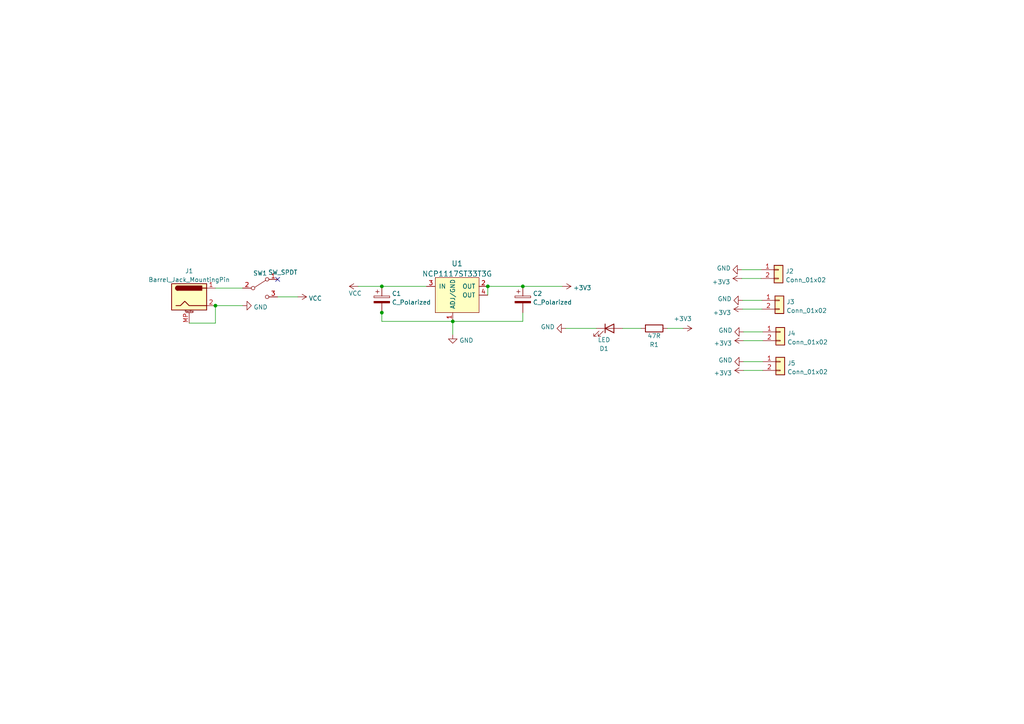
<source format=kicad_sch>
(kicad_sch (version 20211123) (generator eeschema)
  (paper "A4")
  (lib_symbols
    (symbol "Connector:Barrel_Jack_MountingPin" (pin_names hide)
      (property "Reference" "J" (at 0 5.334 0))
      (property "Value" "Barrel_Jack_MountingPin" (at 1.27 -6.35 0))
      (symbol "Barrel_Jack_MountingPin_0_1"
        (rectangle (start -5.08 3.81) (end 5.08 -3.81) (stroke (width 0.254)) (fill (type background)))
        (arc (start -3.302 3.175) (mid -3.937 2.54) (end -3.302 1.905) (stroke (width 0.254)))
        (arc (start -3.302 3.175) (mid -3.937 2.54) (end -3.302 1.905) (stroke (width 0.254)) (fill (type outline)))
        (polyline (pts (xy 5.08 2.54) (xy 3.81 2.54)) (stroke (width 0.254)))
        (polyline (pts (xy -3.81 -2.54) (xy -2.54 -2.54) (xy -1.27 -1.27) (xy 0 -2.54) (xy 2.54 -2.54) (xy 5.08 -2.54)) (stroke (width 0.254)))
        (rectangle (start 3.683 3.175) (end -3.302 1.905) (stroke (width 0.254)) (fill (type outline)))
      )
      (symbol "Barrel_Jack_MountingPin_1_1"
        (polyline (pts (xy -1.016 -4.572) (xy 1.016 -4.572)) (stroke (width 0.1524)))
        (text "Mounting" (at 0 -4.191 0) (effects (font (size 0.381 0.381))))
        (pin passive line (at 7.62 2.54 180) (length 2.54) (name "~") (number "1"))
        (pin passive line (at 7.62 -2.54 180) (length 2.54) (name "~") (number "2"))
        (pin passive line (at 0 -7.62 90) (length 3.048) (name "MountPin") (number "MP"))
      )
    )
    (symbol "Connector_Generic:Conn_01x02" (pin_names (offset 1.016) hide)
      (property "Reference" "J" (at 0 2.54 0))
      (property "Value" "Conn_01x02" (at 0 -5.08 0))
      (symbol "Conn_01x02_1_1"
        (rectangle (start -1.27 -2.413) (end 0 -2.667) (stroke (width 0.1524)))
        (rectangle (start -1.27 0.127) (end 0 -0.127) (stroke (width 0.1524)))
        (rectangle (start -1.27 1.27) (end 1.27 -3.81) (stroke (width 0.254)) (fill (type background)))
        (pin passive line (at -5.08 0 0) (length 3.81) (name "Pin_1") (number "1"))
        (pin passive line (at -5.08 -2.54 0) (length 3.81) (name "Pin_2") (number "2"))
      )
    )
    (symbol "Device:C_Polarized" (pin_numbers hide) (pin_names (offset 0.254))
      (property "Reference" "C" (at 0.635 2.54 0))
      (property "Value" "C_Polarized" (at 0.635 -2.54 0))
      (symbol "C_Polarized_0_1"
        (rectangle (start -2.286 0.508) (end 2.286 1.016))
        (polyline (pts (xy -1.778 2.286) (xy -0.762 2.286)))
        (polyline (pts (xy -1.27 2.794) (xy -1.27 1.778)))
        (rectangle (start 2.286 -0.508) (end -2.286 -1.016) (fill (type outline)))
      )
      (symbol "C_Polarized_1_1"
        (pin passive line (at 0 3.81 270) (length 2.794) (name "~") (number "1"))
        (pin passive line (at 0 -3.81 90) (length 2.794) (name "~") (number "2"))
      )
    )
    (symbol "Device:LED" (pin_numbers hide) (pin_names (offset 1.016) hide)
      (property "Reference" "D" (at 0 2.54 0))
      (property "Value" "LED" (at 0 -2.54 0))
      (symbol "LED_0_1"
        (polyline (pts (xy -1.27 -1.27) (xy -1.27 1.27)) (stroke (width 0.254)))
        (polyline (pts (xy -1.27 0) (xy 1.27 0)))
        (polyline (pts (xy 1.27 -1.27) (xy 1.27 1.27) (xy -1.27 0) (xy 1.27 -1.27)) (stroke (width 0.254)))
        (polyline (pts (xy -3.048 -0.762) (xy -4.572 -2.286) (xy -3.81 -2.286) (xy -4.572 -2.286) (xy -4.572 -1.524)))
        (polyline (pts (xy -1.778 -0.762) (xy -3.302 -2.286) (xy -2.54 -2.286) (xy -3.302 -2.286) (xy -3.302 -1.524)))
      )
      (symbol "LED_1_1"
        (pin passive line (at -3.81 0 0) (length 2.54) (name "K") (number "1"))
        (pin passive line (at 3.81 0 180) (length 2.54) (name "A") (number "2"))
      )
    )
    (symbol "Device:R" (pin_numbers hide) (pin_names (offset 0))
      (property "Reference" "R" (at 2.032 0 90))
      (property "Value" "R" (at 0 0 90))
      (symbol "R_0_1"
        (rectangle (start -1.016 -2.54) (end 1.016 2.54) (stroke (width 0.254)))
      )
      (symbol "R_1_1"
        (pin passive line (at 0 3.81 270) (length 1.27) (name "~") (number "1"))
        (pin passive line (at 0 -3.81 90) (length 1.27) (name "~") (number "2"))
      )
    )
    (symbol "Switch:SW_SPDT" (pin_names (offset 0) hide)
      (property "Reference" "SW" (at 0 4.318 0))
      (property "Value" "SW_SPDT" (at 0 -5.08 0))
      (symbol "SW_SPDT_0_0"
        (circle (center -2.032 0) (radius 0.508))
        (circle (center 2.032 -2.54) (radius 0.508))
      )
      (symbol "SW_SPDT_0_1"
        (polyline (pts (xy -1.524 0.254) (xy 1.651 2.286)))
        (circle (center 2.032 2.54) (radius 0.508))
      )
      (symbol "SW_SPDT_1_1"
        (pin passive line (at 5.08 2.54 180) (length 2.54) (name "A") (number "1"))
        (pin passive line (at -5.08 0 0) (length 2.54) (name "B") (number "2"))
        (pin passive line (at 5.08 -2.54 180) (length 2.54) (name "C") (number "3"))
      )
    )
    (symbol "dk_PMIC-Voltage-Regulators-Linear:NCP1117ST33T3G" (pin_names (offset 1.016))
      (property "Reference" "U" (at 2.54 3.81 0))
      (property "Value" "NCP1117ST33T3G" (at 2.54 6.35 0))
      (symbol "NCP1117ST33T3G_0_1"
        (rectangle (start -5.08 2.54) (end 7.62 -7.62) (fill (type background)))
      )
      (symbol "NCP1117ST33T3G_1_1"
        (pin power_in line (at 0 -10.16 90) (length 2.54) (name "ADJ/GND") (number "1"))
        (pin power_out line (at 10.16 0 180) (length 2.54) (name "OUT") (number "2"))
        (pin power_in line (at -7.62 0 0) (length 2.54) (name "IN") (number "3"))
        (pin power_out line (at 10.16 -2.54 180) (length 2.54) (name "OUT") (number "4"))
      )
    )
    (symbol "power:+3.3V" (power) (pin_names (offset 0))
      (property "Value" "+3.3V" (at 0 3.556 0))
      (symbol "+3.3V_0_1"
        (polyline (pts (xy -0.762 1.27) (xy 0 2.54)))
        (polyline (pts (xy 0 0) (xy 0 2.54)))
        (polyline (pts (xy 0 2.54) (xy 0.762 1.27)))
      )
      (symbol "+3.3V_1_1"
        (pin power_in line (at 0 0 90) (length 0) hide (name "+3V3") (number "1"))
      )
    )
    (symbol "power:GND" (power) (pin_names (offset 0))
      (property "Value" "GND" (at 0 -3.81 0))
      (symbol "GND_0_1"
        (polyline (pts (xy 0 0) (xy 0 -1.27) (xy 1.27 -1.27) (xy 0 -2.54) (xy -1.27 -1.27) (xy 0 -1.27)))
      )
      (symbol "GND_1_1"
        (pin power_in line (at 0 0 270) (length 0) hide (name "GND") (number "1"))
      )
    )
    (symbol "power:VCC" (power) (pin_names (offset 0))
      (property "Value" "VCC" (at 0 3.81 0))
      (symbol "VCC_0_1"
        (polyline (pts (xy -0.762 1.27) (xy 0 2.54)))
        (polyline (pts (xy 0 0) (xy 0 2.54)))
        (polyline (pts (xy 0 2.54) (xy 0.762 1.27)))
      )
      (symbol "VCC_1_1"
        (pin power_in line (at 0 0 90) (length 0) hide (name "VCC") (number "1"))
      )
    )
  )
  (junction (at 110.744 83.058))
  (junction (at 110.744 90.678))
  (junction (at 62.484 88.646))
  (junction (at 141.478 83.058))
  (junction (at 151.638 83.058))
  (junction (at 131.318 93.218))
  (no_connect (at 80.518 81.026))
  (wire (pts (xy 54.864 93.726) (xy 62.484 93.726)))
  (wire (pts (xy 172.974 95.25) (xy 164.084 95.25)))
  (wire (pts (xy 110.744 83.058) (xy 123.698 83.058)))
  (wire (pts (xy 131.318 93.218) (xy 131.318 97.028)))
  (wire (pts (xy 151.638 93.218) (xy 131.318 93.218)))
  (wire (pts (xy 141.478 83.058) (xy 151.638 83.058)))
  (wire (pts (xy 151.638 83.058) (xy 163.068 83.058)))
  (wire (pts (xy 110.744 93.218) (xy 131.318 93.218)))
  (wire (pts (xy 151.638 90.678) (xy 151.638 93.218)))
  (wire (pts (xy 103.886 83.058) (xy 110.744 83.058)))
  (wire (pts (xy 110.744 90.424) (xy 110.744 90.678)))
  (wire (pts (xy 198.12 95.25) (xy 193.548 95.25)))
  (wire (pts (xy 62.484 83.566) (xy 70.358 83.566)))
  (wire (pts (xy 215.392 87.122) (xy 220.98 87.122)))
  (wire (pts (xy 215.392 89.662) (xy 220.98 89.662)))
  (wire (pts (xy 215.138 80.772) (xy 220.726 80.772)))
  (wire (pts (xy 110.744 90.678) (xy 110.744 93.218)))
  (wire (pts (xy 215.646 96.266) (xy 221.234 96.266)))
  (wire (pts (xy 141.478 83.058) (xy 141.478 85.598)))
  (wire (pts (xy 185.928 95.25) (xy 180.594 95.25)))
  (wire (pts (xy 80.518 86.106) (xy 86.36 86.106)))
  (wire (pts (xy 62.484 88.646) (xy 70.358 88.646)))
  (wire (pts (xy 215.646 107.442) (xy 221.234 107.442)))
  (wire (pts (xy 215.138 78.232) (xy 220.726 78.232)))
  (wire (pts (xy 215.646 104.902) (xy 221.234 104.902)))
  (wire (pts (xy 215.646 98.806) (xy 221.234 98.806)))
  (wire (pts (xy 62.484 93.726) (xy 62.484 88.646)))
  (symbol (lib_id "power:GND") (at 215.646 96.266 270) (unit 1)
    (property "Reference" "#PWR0112" (effects hide))
    (property "Value" "GND" (at 212.471 95.8322 90) (effects (justify right)))
  )
  (symbol (lib_id "power:GND") (at 215.392 87.122 270) (unit 1)
    (property "Reference" "#PWR0111" (effects hide))
    (property "Value" "GND" (at 212.217 86.6882 90) (effects (justify right)))
  )
  (symbol (lib_id "power:+3.3V") (at 163.068 83.058 270) (unit 1)
    (property "Reference" "#PWR0105" (effects hide))
    (property "Value" "+3.3V" (at 166.243 83.4918 90) (effects (justify left)))
  )
  (symbol (lib_id "power:GND") (at 164.084 95.25 270) (unit 1)
    (property "Reference" "#PWR0107" (effects hide))
    (property "Value" "GND" (at 160.909 94.8162 90) (effects (justify right)))
  )
  (symbol (lib_id "power:+3.3V") (at 215.646 107.442 90) (unit 1)
    (property "Reference" "#PWR0110" (effects hide))
    (property "Value" "+3.3V" (at 207.01 108.204 90) (effects (justify right)))
  )
  (symbol (lib_id "power:GND") (at 131.318 97.028 0) (unit 1)
    (property "Reference" "#PWR0104" (effects hide))
    (property "Value" "GND" (at 133.223 98.7318 0) (effects (justify left)))
  )
  (symbol (lib_id "power:GND") (at 70.358 88.646 90) (unit 1)
    (property "Reference" "#PWR0102" (effects hide))
    (property "Value" "GND" (at 73.533 89.0798 90) (effects (justify right)))
  )
  (symbol (lib_id "Device:C_Polarized") (at 110.744 86.868 0) (unit 1)
    (property "Reference" "C1" (at 113.665 85.1443 0) (effects (justify left)))
    (property "Value" "C_Polarized" (at 113.665 87.6812 0) (effects (justify left)))
    (property "Footprint" "Capacitor_SMD:CP_Elec_6.3x5.9" (effects hide))
  )
  (symbol (lib_id "power:+3.3V") (at 215.392 89.662 90) (unit 1)
    (property "Reference" "#PWR0114" (effects hide))
    (property "Value" "+3.3V" (at 206.756 90.678 90) (effects (justify right)))
  )
  (symbol (lib_id "Connector_Generic:Conn_01x02") (at 226.314 96.266 0) (unit 1)
    (property "Reference" "J4" (at 228.346 96.7013 0) (effects (justify left)))
    (property "Value" "Conn_01x02" (at 228.346 99.2382 0) (effects (justify left)))
    (property "Footprint" "Connector_PinHeader_2.54mm:PinHeader_1x02_P2.54mm_Vertical" (effects hide))
  )
  (symbol (lib_id "power:+3.3V") (at 215.138 80.772 90) (unit 1)
    (property "Reference" "#PWR0113" (effects hide))
    (property "Value" "+3.3V" (at 206.502 81.788 90) (effects (justify right)))
  )
  (symbol (lib_id "power:VCC") (at 103.886 83.058 90) (unit 1)
    (property "Reference" "#PWR0101" (effects hide))
    (property "Value" "VCC" (at 101.092 85.09 90) (effects (justify right)))
  )
  (symbol (lib_id "power:+3.3V") (at 215.646 98.806 90) (unit 1)
    (property "Reference" "#PWR0109" (effects hide))
    (property "Value" "+3.3V" (at 207.01 99.568 90) (effects (justify right)))
  )
  (symbol (lib_id "power:GND") (at 215.138 78.232 270) (unit 1)
    (property "Reference" "#PWR0108" (effects hide))
    (property "Value" "GND" (at 211.963 77.7982 90) (effects (justify right)))
  )
  (symbol (lib_id "Connector_Generic:Conn_01x02") (at 225.806 78.232 0) (unit 1)
    (property "Reference" "J2" (at 227.838 78.6673 0) (effects (justify left)))
    (property "Value" "Conn_01x02" (at 227.838 81.2042 0) (effects (justify left)))
    (property "Footprint" "Connector_PinHeader_2.54mm:PinHeader_1x02_P2.54mm_Vertical" (effects hide))
  )
  (symbol (lib_id "Device:R") (at 189.738 95.25 270) (unit 1)
    (property "Reference" "R1" (at 189.738 99.9658 90))
    (property "Value" "47R" (at 189.738 97.4289 90))
    (property "Footprint" "Resistor_SMD:R_1206_3216Metric" (effects hide))
  )
  (symbol (lib_id "Connector:Barrel_Jack_MountingPin") (at 54.864 86.106 0) (unit 1)
    (property "Reference" "J1" (at 54.864 78.5962 0))
    (property "Value" "Barrel_Jack_MountingPin" (at 54.864 81.1331 0))
    (property "Footprint" "Kitecraft_Terminal_Blocks:BarrelJack_CUI_PJ-102AH_Horizontal_3_Pin_Short" (effects hide))
  )
  (symbol (lib_id "power:VCC") (at 86.36 86.106 270) (unit 1)
    (property "Reference" "#PWR0103" (effects hide))
    (property "Value" "VCC" (at 89.535 86.5398 90) (effects (justify left)))
  )
  (symbol (lib_id "Connector_Generic:Conn_01x02") (at 226.314 104.902 0) (unit 1)
    (property "Reference" "J5" (at 228.346 105.3373 0) (effects (justify left)))
    (property "Value" "Conn_01x02" (at 228.346 107.8742 0) (effects (justify left)))
    (property "Footprint" "Connector_PinHeader_2.54mm:PinHeader_1x02_P2.54mm_Vertical" (effects hide))
  )
  (symbol (lib_id "dk_PMIC-Voltage-Regulators-Linear:NCP1117ST33T3G") (at 131.318 83.058 0) (unit 1)
    (property "Reference" "U1" (at 132.588 76.4339 0) (effects (font (size 1.524 1.524))))
    (property "Value" "NCP1117ST33T3G" (at 132.588 79.4273 0) (effects (font (size 1.524 1.524))))
    (property "Footprint" "Package_TO_SOT_SMD:SOT-223" (effects hide))
    (property "Datasheet" "https://www.onsemi.com/pub/Collateral/NCP1117-D.PDF" (effects hide))
    (property "Digi-Key_PN" "NCP1117ST33T3GOSCT-ND" (effects hide))
    (property "MPN" "NCP1117ST33T3G" (effects hide))
    (property "Category" "Integrated Circuits (ICs)" (effects hide))
    (property "Family" "PMIC - Voltage Regulators - Linear" (effects hide))
    (property "DK_Datasheet_Link" "https://www.onsemi.com/pub/Collateral/NCP1117-D.PDF" (effects hide))
    (property "DK_Detail_Page" "/product-detail/en/on-semiconductor/NCP1117ST33T3G/NCP1117ST33T3GOSCT-ND/660708" (effects hide))
    (property "Description" "IC REG LINEAR 3.3V 1A SOT223" (effects hide))
    (property "Manufacturer" "ON Semiconductor" (effects hide))
    (property "Status" "Active" (effects hide))
  )
  (symbol (lib_id "Device:C_Polarized") (at 151.638 86.868 0) (unit 1)
    (property "Reference" "C2" (at 154.559 85.1443 0) (effects (justify left)))
    (property "Value" "C_Polarized" (at 154.559 87.6812 0) (effects (justify left)))
    (property "Footprint" "Capacitor_SMD:C_0805_2012Metric" (effects hide))
  )
  (symbol (lib_id "power:GND") (at 215.646 104.902 270) (unit 1)
    (property "Reference" "#PWR0115" (effects hide))
    (property "Value" "GND" (at 212.471 104.4682 90) (effects (justify right)))
  )
  (symbol (lib_id "Connector_Generic:Conn_01x02") (at 226.06 87.122 0) (unit 1)
    (property "Reference" "J3" (at 228.092 87.5573 0) (effects (justify left)))
    (property "Value" "Conn_01x02" (at 228.092 90.0942 0) (effects (justify left)))
    (property "Footprint" "Connector_PinHeader_2.54mm:PinHeader_1x02_P2.54mm_Vertical" (effects hide))
  )
  (symbol (lib_id "Switch:SW_SPDT") (at 75.438 83.566 0) (unit 1)
    (property "Reference" "SW1" (at 75.438 79.248 0))
    (property "Value" "SW_SPDT" (at 82.042 78.994 0))
    (property "Footprint" "Kitecraft_Switches:SPDT_Switch_3mm" (effects hide))
  )
  (symbol (lib_id "Device:LED") (at 176.784 95.25 0) (unit 1)
    (property "Reference" "D1" (at 175.1965 101.1088 0))
    (property "Value" "LED" (at 175.1965 98.5719 0))
    (property "Footprint" "LED_SMD:LED_1206_3216Metric" (effects hide))
  )
  (symbol (lib_id "power:+3.3V") (at 198.12 95.25 270) (unit 1)
    (property "Reference" "#PWR0106" (effects hide))
    (property "Value" "+3.3V" (at 200.66 92.456 90) (effects (justify right)))
  )
)
</source>
